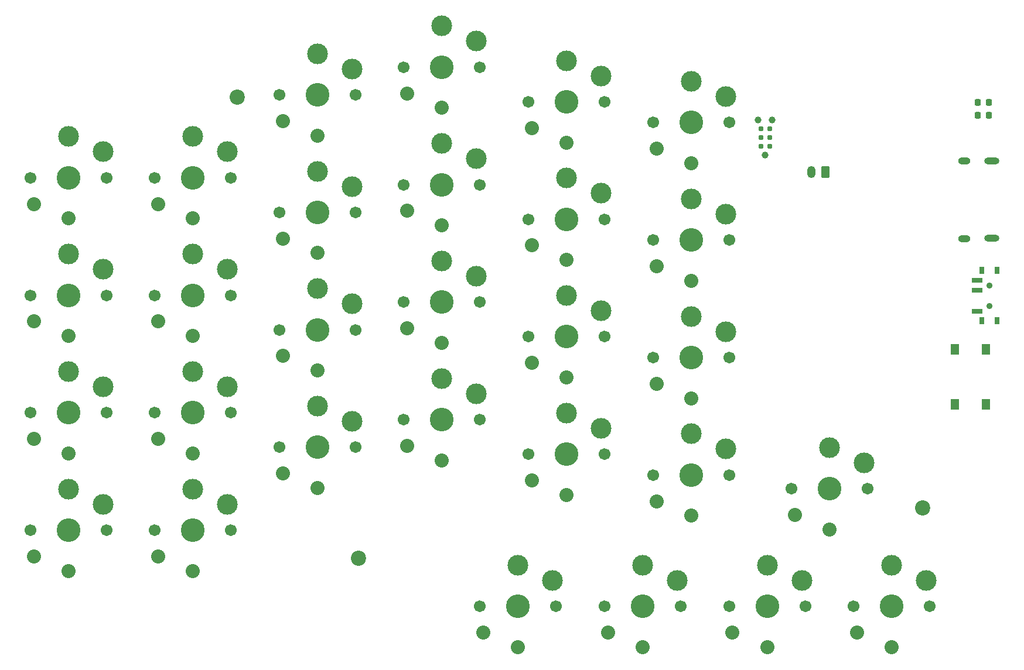
<source format=gts>
G04 #@! TF.GenerationSoftware,KiCad,Pcbnew,7.0.9*
G04 #@! TF.CreationDate,2024-01-11T22:18:44+01:00*
G04 #@! TF.ProjectId,keyboard,6b657962-6f61-4726-942e-6b696361645f,v1.0.0*
G04 #@! TF.SameCoordinates,Original*
G04 #@! TF.FileFunction,Soldermask,Top*
G04 #@! TF.FilePolarity,Negative*
%FSLAX46Y46*%
G04 Gerber Fmt 4.6, Leading zero omitted, Abs format (unit mm)*
G04 Created by KiCad (PCBNEW 7.0.9) date 2024-01-11 22:18:44*
%MOMM*%
%LPD*%
G01*
G04 APERTURE LIST*
G04 Aperture macros list*
%AMRoundRect*
0 Rectangle with rounded corners*
0 $1 Rounding radius*
0 $2 $3 $4 $5 $6 $7 $8 $9 X,Y pos of 4 corners*
0 Add a 4 corners polygon primitive as box body*
4,1,4,$2,$3,$4,$5,$6,$7,$8,$9,$2,$3,0*
0 Add four circle primitives for the rounded corners*
1,1,$1+$1,$2,$3*
1,1,$1+$1,$4,$5*
1,1,$1+$1,$6,$7*
1,1,$1+$1,$8,$9*
0 Add four rect primitives between the rounded corners*
20,1,$1+$1,$2,$3,$4,$5,0*
20,1,$1+$1,$4,$5,$6,$7,0*
20,1,$1+$1,$6,$7,$8,$9,0*
20,1,$1+$1,$8,$9,$2,$3,0*%
G04 Aperture macros list end*
%ADD10O,1.800000X1.000000*%
%ADD11O,2.200000X1.000000*%
%ADD12C,2.200000*%
%ADD13C,1.701800*%
%ADD14C,3.000000*%
%ADD15C,3.429000*%
%ADD16C,2.032000*%
%ADD17R,0.800000X1.000000*%
%ADD18C,0.900000*%
%ADD19R,1.500000X0.700000*%
%ADD20C,0.990600*%
%ADD21C,0.787400*%
%ADD22R,1.300000X1.550000*%
%ADD23RoundRect,0.218750X-0.218750X-0.256250X0.218750X-0.256250X0.218750X0.256250X-0.218750X0.256250X0*%
%ADD24RoundRect,0.250000X0.350000X0.625000X-0.350000X0.625000X-0.350000X-0.625000X0.350000X-0.625000X0*%
%ADD25O,1.200000X1.750000*%
G04 APERTURE END LIST*
D10*
X273585000Y-96375000D03*
D11*
X277610000Y-96380000D03*
X277610000Y-107620000D03*
D10*
X273585000Y-107625000D03*
D12*
X267600000Y-146600000D03*
X168500000Y-87200000D03*
X186100000Y-153900000D03*
D13*
X228620000Y-141840000D03*
D14*
X234120000Y-135890000D03*
D15*
X234120000Y-141840000D03*
D14*
X239120000Y-138090000D03*
D13*
X239620000Y-141840000D03*
D16*
X234120000Y-147740000D03*
X229120000Y-145640000D03*
D13*
X174620000Y-103840000D03*
D14*
X180120000Y-97890000D03*
D15*
X180120000Y-103840000D03*
D14*
X185120000Y-100090000D03*
D13*
X185620000Y-103840000D03*
D16*
X180120000Y-109740000D03*
X175120000Y-107640000D03*
D17*
X276120000Y-119550000D03*
X278330000Y-119550000D03*
D18*
X277230000Y-117400000D03*
X277230000Y-114400000D03*
D17*
X276120000Y-112250000D03*
X278330000Y-112250000D03*
D19*
X275470000Y-118150000D03*
X275470000Y-115150000D03*
X275470000Y-113650000D03*
D13*
X156620000Y-98840000D03*
D14*
X162120000Y-92890000D03*
D15*
X162120000Y-98840000D03*
D14*
X167120000Y-95090000D03*
D13*
X167620000Y-98840000D03*
D16*
X162120000Y-104740000D03*
X157120000Y-102640000D03*
D13*
X257620000Y-160840000D03*
D14*
X263120000Y-154890000D03*
D15*
X263120000Y-160840000D03*
D14*
X268120000Y-157090000D03*
D13*
X268620000Y-160840000D03*
D16*
X263120000Y-166740000D03*
X258120000Y-164640000D03*
D13*
X138620000Y-115840000D03*
D14*
X144120000Y-109890000D03*
D15*
X144120000Y-115840000D03*
D14*
X149120000Y-112090000D03*
D13*
X149620000Y-115840000D03*
D16*
X144120000Y-121740000D03*
X139120000Y-119640000D03*
D13*
X138620000Y-132840000D03*
D14*
X144120000Y-126890000D03*
D15*
X144120000Y-132840000D03*
D14*
X149120000Y-129090000D03*
D13*
X149620000Y-132840000D03*
D16*
X144120000Y-138740000D03*
X139120000Y-136640000D03*
D13*
X192620000Y-116840000D03*
D14*
X198120000Y-110890000D03*
D15*
X198120000Y-116840000D03*
D14*
X203120000Y-113090000D03*
D13*
X203620000Y-116840000D03*
D16*
X198120000Y-122740000D03*
X193120000Y-120640000D03*
D20*
X244850000Y-95540000D03*
X243834000Y-90460000D03*
X245866000Y-90460000D03*
D21*
X245485000Y-94270000D03*
X244215000Y-94270000D03*
X245485000Y-93000000D03*
X244215000Y-93000000D03*
X245485000Y-91730000D03*
X244215000Y-91730000D03*
D13*
X192620000Y-133840000D03*
D14*
X198120000Y-127890000D03*
D15*
X198120000Y-133840000D03*
D14*
X203120000Y-130090000D03*
D13*
X203620000Y-133840000D03*
D16*
X198120000Y-139740000D03*
X193120000Y-137640000D03*
D13*
X156620000Y-115840000D03*
D14*
X162120000Y-109890000D03*
D15*
X162120000Y-115840000D03*
D14*
X167120000Y-112090000D03*
D13*
X167620000Y-115840000D03*
D16*
X162120000Y-121740000D03*
X157120000Y-119640000D03*
D22*
X272250000Y-131650000D03*
X272250000Y-123700000D03*
X276750000Y-131650000D03*
X276750000Y-123700000D03*
D13*
X210620000Y-138840000D03*
D14*
X216120000Y-132890000D03*
D15*
X216120000Y-138840000D03*
D14*
X221120000Y-135090000D03*
D13*
X221620000Y-138840000D03*
D16*
X216120000Y-144740000D03*
X211120000Y-142640000D03*
D13*
X203620000Y-160840000D03*
D14*
X209120000Y-154890000D03*
D15*
X209120000Y-160840000D03*
D14*
X214120000Y-157090000D03*
D13*
X214620000Y-160840000D03*
D16*
X209120000Y-166740000D03*
X204120000Y-164640000D03*
D13*
X210620000Y-121840000D03*
D14*
X216120000Y-115890000D03*
D15*
X216120000Y-121840000D03*
D14*
X221120000Y-118090000D03*
D13*
X221620000Y-121840000D03*
D16*
X216120000Y-127740000D03*
X211120000Y-125640000D03*
D13*
X221620000Y-160840000D03*
D14*
X227120000Y-154890000D03*
D15*
X227120000Y-160840000D03*
D14*
X232120000Y-157090000D03*
D13*
X232620000Y-160840000D03*
D16*
X227120000Y-166740000D03*
X222120000Y-164640000D03*
D23*
X275562500Y-89800000D03*
X277137500Y-89800000D03*
D13*
X239620000Y-160840000D03*
D14*
X245120000Y-154890000D03*
D15*
X245120000Y-160840000D03*
D14*
X250120000Y-157090000D03*
D13*
X250620000Y-160840000D03*
D16*
X245120000Y-166740000D03*
X240120000Y-164640000D03*
D13*
X210620000Y-87840000D03*
D14*
X216120000Y-81890000D03*
D15*
X216120000Y-87840000D03*
D14*
X221120000Y-84090000D03*
D13*
X221620000Y-87840000D03*
D16*
X216120000Y-93740000D03*
X211120000Y-91640000D03*
D13*
X210620000Y-104840000D03*
D14*
X216120000Y-98890000D03*
D15*
X216120000Y-104840000D03*
D14*
X221120000Y-101090000D03*
D13*
X221620000Y-104840000D03*
D16*
X216120000Y-110740000D03*
X211120000Y-108640000D03*
D13*
X192620000Y-99840000D03*
D14*
X198120000Y-93890000D03*
D15*
X198120000Y-99840000D03*
D14*
X203120000Y-96090000D03*
D13*
X203620000Y-99840000D03*
D16*
X198120000Y-105740000D03*
X193120000Y-103640000D03*
D13*
X248620000Y-143840000D03*
D14*
X254120000Y-137890000D03*
D15*
X254120000Y-143840000D03*
D14*
X259120000Y-140090000D03*
D13*
X259620000Y-143840000D03*
D16*
X254120000Y-149740000D03*
X249120000Y-147640000D03*
D13*
X156620000Y-132840000D03*
D14*
X162120000Y-126890000D03*
D15*
X162120000Y-132840000D03*
D14*
X167120000Y-129090000D03*
D13*
X167620000Y-132840000D03*
D16*
X162120000Y-138740000D03*
X157120000Y-136640000D03*
D24*
X253500000Y-98000000D03*
D25*
X251500000Y-98000000D03*
D13*
X192620000Y-82840000D03*
D14*
X198120000Y-76890000D03*
D15*
X198120000Y-82840000D03*
D14*
X203120000Y-79090000D03*
D13*
X203620000Y-82840000D03*
D16*
X198120000Y-88740000D03*
X193120000Y-86640000D03*
D13*
X228620000Y-124840000D03*
D14*
X234120000Y-118890000D03*
D15*
X234120000Y-124840000D03*
D14*
X239120000Y-121090000D03*
D13*
X239620000Y-124840000D03*
D16*
X234120000Y-130740000D03*
X229120000Y-128640000D03*
D13*
X228620000Y-90840000D03*
D14*
X234120000Y-84890000D03*
D15*
X234120000Y-90840000D03*
D14*
X239120000Y-87090000D03*
D13*
X239620000Y-90840000D03*
D16*
X234120000Y-96740000D03*
X229120000Y-94640000D03*
D13*
X228620000Y-107840000D03*
D14*
X234120000Y-101890000D03*
D15*
X234120000Y-107840000D03*
D14*
X239120000Y-104090000D03*
D13*
X239620000Y-107840000D03*
D16*
X234120000Y-113740000D03*
X229120000Y-111640000D03*
D13*
X174620000Y-86840000D03*
D14*
X180120000Y-80890000D03*
D15*
X180120000Y-86840000D03*
D14*
X185120000Y-83090000D03*
D13*
X185620000Y-86840000D03*
D16*
X180120000Y-92740000D03*
X175120000Y-90640000D03*
D13*
X174620000Y-120840000D03*
D14*
X180120000Y-114890000D03*
D15*
X180120000Y-120840000D03*
D14*
X185120000Y-117090000D03*
D13*
X185620000Y-120840000D03*
D16*
X180120000Y-126740000D03*
X175120000Y-124640000D03*
D13*
X156620000Y-149840000D03*
D14*
X162120000Y-143890000D03*
D15*
X162120000Y-149840000D03*
D14*
X167120000Y-146090000D03*
D13*
X167620000Y-149840000D03*
D16*
X162120000Y-155740000D03*
X157120000Y-153640000D03*
D23*
X275562500Y-87900000D03*
X277137500Y-87900000D03*
D13*
X174620000Y-137840000D03*
D14*
X180120000Y-131890000D03*
D15*
X180120000Y-137840000D03*
D14*
X185120000Y-134090000D03*
D13*
X185620000Y-137840000D03*
D16*
X180120000Y-143740000D03*
X175120000Y-141640000D03*
D13*
X138620000Y-149840000D03*
D14*
X144120000Y-143890000D03*
D15*
X144120000Y-149840000D03*
D14*
X149120000Y-146090000D03*
D13*
X149620000Y-149840000D03*
D16*
X144120000Y-155740000D03*
X139120000Y-153640000D03*
D13*
X138620000Y-98840000D03*
D14*
X144120000Y-92890000D03*
D15*
X144120000Y-98840000D03*
D14*
X149120000Y-95090000D03*
D13*
X149620000Y-98840000D03*
D16*
X144120000Y-104740000D03*
X139120000Y-102640000D03*
M02*

</source>
